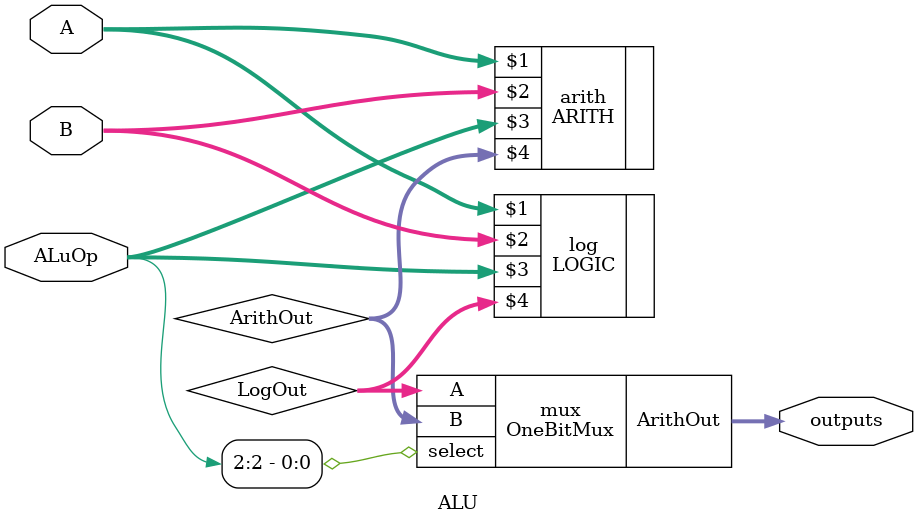
<source format=v>
module OneBitMux(
                        input  [31:0] A,
                        input  [31:0] B,
                        input   select,
                        output [31:0] ArithOut);
  
  assign ArithOut = (select == 1'b1)? A : B;
endmodule

module ALU( 
           input  [31:0] A,
           input  [31:0] B,
           input  [3:0] ALuOp,
           output [31:0] outputs);
  
  wire [31:0] LogOut;
  wire [31:0] ArithOut;

  ARITH arith(A, B, ALuOp, ArithOut);
  LOGIC log(A, B, ALuOp, LogOut);

  OneBitMux mux(LogOut, ArithOut, ALuOp[2], outputs);
endmodule

</source>
